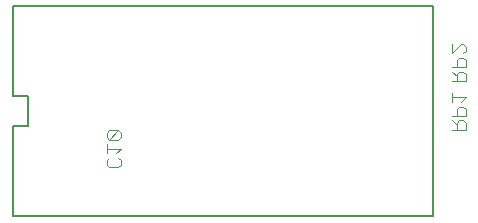
<source format=gbo>
G75*
%MOIN*%
%OFA0B0*%
%FSLAX24Y24*%
%IPPOS*%
%LPD*%
%AMOC8*
5,1,8,0,0,1.08239X$1,22.5*
%
%ADD10C,0.0080*%
%ADD11C,0.0040*%
D10*
X000430Y003430D02*
X014430Y003430D01*
X014430Y010430D01*
X000430Y010430D01*
X000430Y007430D01*
X000930Y007430D01*
X000930Y006430D01*
X000430Y006430D01*
X000430Y003430D01*
D11*
X003575Y005152D02*
X003575Y005305D01*
X003652Y005382D01*
X003575Y005535D02*
X003575Y005842D01*
X003575Y005689D02*
X004035Y005689D01*
X003882Y005535D01*
X003959Y005382D02*
X004035Y005305D01*
X004035Y005152D01*
X003959Y005075D01*
X003652Y005075D01*
X003575Y005152D01*
X003652Y005996D02*
X003959Y006303D01*
X003652Y006303D01*
X003575Y006226D01*
X003575Y006073D01*
X003652Y005996D01*
X003959Y005996D01*
X004035Y006073D01*
X004035Y006226D01*
X003959Y006303D01*
X015075Y006325D02*
X015535Y006325D01*
X015535Y006555D01*
X015459Y006632D01*
X015305Y006632D01*
X015228Y006555D01*
X015228Y006325D01*
X015228Y006478D02*
X015075Y006632D01*
X015075Y006785D02*
X015535Y006785D01*
X015535Y007016D01*
X015459Y007092D01*
X015305Y007092D01*
X015228Y007016D01*
X015228Y006785D01*
X015075Y007246D02*
X015075Y007553D01*
X015075Y007399D02*
X015535Y007399D01*
X015382Y007246D01*
X015535Y007944D02*
X015075Y007944D01*
X015228Y007944D02*
X015228Y008174D01*
X015305Y008251D01*
X015459Y008251D01*
X015535Y008174D01*
X015535Y007944D01*
X015228Y008097D02*
X015075Y008251D01*
X015075Y008404D02*
X015535Y008404D01*
X015535Y008634D01*
X015459Y008711D01*
X015305Y008711D01*
X015228Y008634D01*
X015228Y008404D01*
X015075Y008865D02*
X015382Y009172D01*
X015459Y009172D01*
X015535Y009095D01*
X015535Y008941D01*
X015459Y008865D01*
X015075Y008865D02*
X015075Y009172D01*
M02*

</source>
